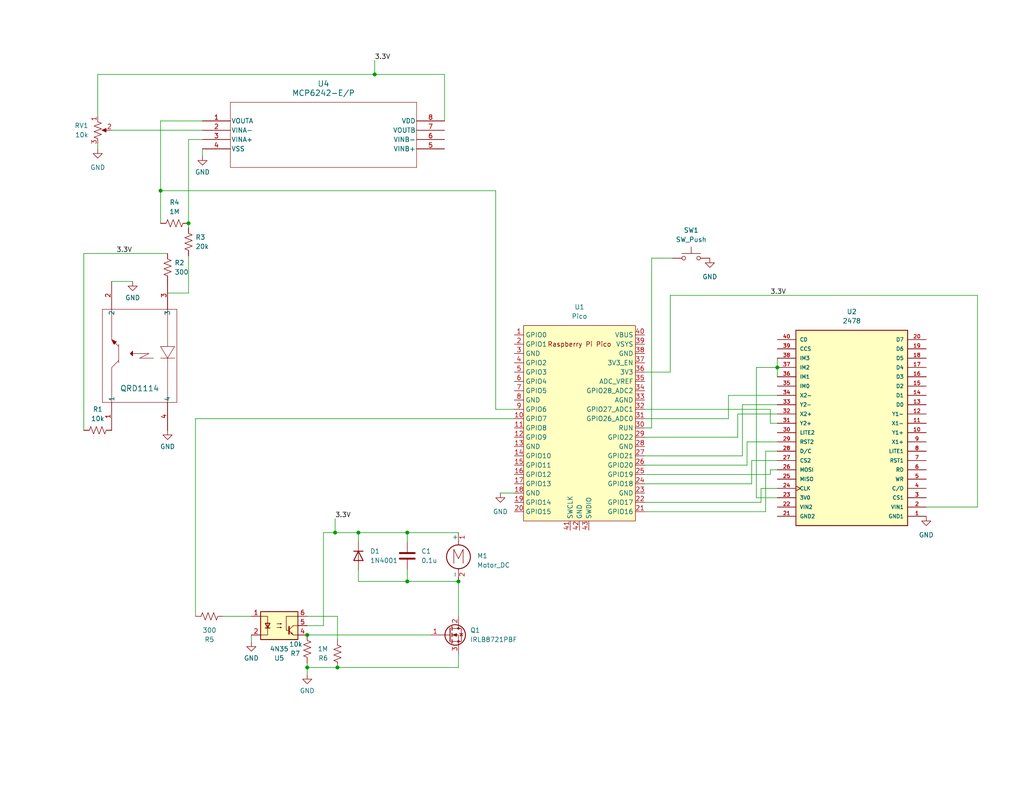
<source format=kicad_sch>
(kicad_sch (version 20230121) (generator eeschema)
  (paper "USLetter")
  (title_block (title "Lab 6 Schematic – PID Control") (company "Lafayette College") (comment 1 "Noah Ross") (comment 2 "Maurice Otieno"))
  (lib_symbols
    (symbol "2478:2478" (pin_names (offset 1.016))
      (property "Reference" "U" (at -15.2631 28.6183 0))
      (property "Value" "2478" (at -15.262 -27.9803 0))
      (symbol "2478_0_0"
        (rectangle (start -15.24 -25.4) (end 15.24 27.94) (stroke (width 0.254)) (fill (type background)))
        (pin power_in line (at -20.32 25.4 0) (length 5.08) (name "GND1") (number "1"))
        (pin output line (at -20.32 2.54 0) (length 5.08) (name "Y1+") (number "10"))
        (pin output line (at -20.32 0 0) (length 5.08) (name "X1-") (number "11"))
        (pin output line (at -20.32 -2.54 0) (length 5.08) (name "Y1-") (number "12"))
        (pin bidirectional line (at -20.32 -5.08 0) (length 5.08) (name "D0") (number "13"))
        (pin bidirectional line (at -20.32 -7.62 0) (length 5.08) (name "D1") (number "14"))
        (pin bidirectional line (at -20.32 -10.16 0) (length 5.08) (name "D2") (number "15"))
        (pin bidirectional line (at -20.32 -12.7 0) (length 5.08) (name "D3") (number "16"))
        (pin bidirectional line (at -20.32 -15.24 0) (length 5.08) (name "D4") (number "17"))
        (pin bidirectional line (at -20.32 -17.78 0) (length 5.08) (name "D5") (number "18"))
        (pin bidirectional line (at -20.32 -20.32 0) (length 5.08) (name "D6") (number "19"))
        (pin power_in line (at -20.32 22.86 0) (length 5.08) (name "VIN1") (number "2"))
        (pin bidirectional line (at -20.32 -22.86 0) (length 5.08) (name "D7") (number "20"))
        (pin power_in line (at 20.32 25.4 180) (length 5.08) (name "GND2") (number "21"))
        (pin power_in line (at 20.32 22.86 180) (length 5.08) (name "VIN2") (number "22"))
        (pin output line (at 20.32 20.32 180) (length 5.08) (name "3V0") (number "23"))
        (pin input clock (at 20.32 17.78 180) (length 5.08) (name "CLK") (number "24"))
        (pin output line (at 20.32 15.24 180) (length 5.08) (name "MISO") (number "25"))
        (pin input line (at 20.32 12.7 180) (length 5.08) (name "MOSI") (number "26"))
        (pin input line (at 20.32 10.16 180) (length 5.08) (name "CS2") (number "27"))
        (pin input line (at 20.32 7.62 180) (length 5.08) (name "D/C") (number "28"))
        (pin input line (at 20.32 5.08 180) (length 5.08) (name "RST2") (number "29"))
        (pin input line (at -20.32 20.32 0) (length 5.08) (name "CS1") (number "3"))
        (pin input line (at 20.32 2.54 180) (length 5.08) (name "LITE2") (number "30"))
        (pin output line (at 20.32 0 180) (length 5.08) (name "Y2+") (number "31"))
        (pin output line (at 20.32 -2.54 180) (length 5.08) (name "X2+") (number "32"))
        (pin output line (at 20.32 -5.08 180) (length 5.08) (name "Y2-") (number "33"))
        (pin output line (at 20.32 -7.62 180) (length 5.08) (name "X2-") (number "34"))
        (pin input line (at 20.32 -10.16 180) (length 5.08) (name "IM0") (number "35"))
        (pin input line (at 20.32 -12.7 180) (length 5.08) (name "IM1") (number "36"))
        (pin input line (at 20.32 -15.24 180) (length 5.08) (name "IM2") (number "37"))
        (pin input line (at 20.32 -17.78 180) (length 5.08) (name "IM3") (number "38"))
        (pin input line (at 20.32 -20.32 180) (length 5.08) (name "CCS") (number "39"))
        (pin input line (at -20.32 17.78 0) (length 5.08) (name "C/D") (number "4"))
        (pin output line (at 20.32 -22.86 180) (length 5.08) (name "CD") (number "40"))
        (pin input line (at -20.32 15.24 0) (length 5.08) (name "WR") (number "5"))
        (pin input line (at -20.32 12.7 0) (length 5.08) (name "RD") (number "6"))
        (pin input line (at -20.32 10.16 0) (length 5.08) (name "RST1") (number "7"))
        (pin input line (at -20.32 7.62 0) (length 5.08) (name "LITE1") (number "8"))
        (pin output line (at -20.32 5.08 0) (length 5.08) (name "X1+") (number "9"))
      )
    )
    (symbol "Device:C" (pin_numbers hide) (pin_names (offset 0.254))
      (property "Reference" "C" (at 0.635 2.54 0))
      (property "Value" "C" (at 0.635 -2.54 0))
      (symbol "C_0_1"
        (polyline (pts (xy -2.032 -0.762) (xy 2.032 -0.762)) (stroke (width 0.508)))
        (polyline (pts (xy -2.032 0.762) (xy 2.032 0.762)) (stroke (width 0.508)))
      )
      (symbol "C_1_1"
        (pin passive line (at 0 3.81 270) (length 2.794) (name "~") (number "1"))
        (pin passive line (at 0 -3.81 90) (length 2.794) (name "~") (number "2"))
      )
    )
    (symbol "Device:R_Potentiometer_US" (pin_names (offset 1.016) hide)
      (property "Reference" "RV" (at -4.445 0 90))
      (property "Value" "R_Potentiometer_US" (at -2.54 0 90))
      (symbol "R_Potentiometer_US_0_1"
        (polyline (pts (xy 0 -2.286) (xy 0 -2.54)))
        (polyline (pts (xy 0 2.54) (xy 0 2.286)))
        (polyline (pts (xy 2.54 0) (xy 1.524 0)))
        (polyline (pts (xy 1.143 0) (xy 2.286 0.508) (xy 2.286 -0.508) (xy 1.143 0)) (fill (type outline)))
        (polyline (pts (xy 0 -0.762) (xy 1.016 -1.143) (xy 0 -1.524) (xy -1.016 -1.905) (xy 0 -2.286)))
        (polyline (pts (xy 0 0.762) (xy 1.016 0.381) (xy 0 0) (xy -1.016 -0.381) (xy 0 -0.762)))
        (polyline (pts (xy 0 2.286) (xy 1.016 1.905) (xy 0 1.524) (xy -1.016 1.143) (xy 0 0.762)))
      )
      (symbol "R_Potentiometer_US_1_1"
        (pin passive line (at 0 3.81 270) (length 1.27) (name "1") (number "1"))
        (pin passive line (at 3.81 0 180) (length 1.27) (name "2") (number "2"))
        (pin passive line (at 0 -3.81 90) (length 1.27) (name "3") (number "3"))
      )
    )
    (symbol "Device:R_US" (pin_numbers hide) (pin_names (offset 0))
      (property "Reference" "R" (at 2.54 0 90))
      (property "Value" "R_US" (at -2.54 0 90))
      (symbol "R_US_0_1"
        (polyline (pts (xy 0 -2.286) (xy 0 -2.54)))
        (polyline (pts (xy 0 2.286) (xy 0 2.54)))
        (polyline (pts (xy 0 -0.762) (xy 1.016 -1.143) (xy 0 -1.524) (xy -1.016 -1.905) (xy 0 -2.286)))
        (polyline (pts (xy 0 0.762) (xy 1.016 0.381) (xy 0 0) (xy -1.016 -0.381) (xy 0 -0.762)))
        (polyline (pts (xy 0 2.286) (xy 1.016 1.905) (xy 0 1.524) (xy -1.016 1.143) (xy 0 0.762)))
      )
      (symbol "R_US_1_1"
        (pin passive line (at 0 3.81 270) (length 1.27) (name "~") (number "1"))
        (pin passive line (at 0 -3.81 90) (length 1.27) (name "~") (number "2"))
      )
    )
    (symbol "Diode:1N4001" (pin_numbers hide) (pin_names hide)
      (property "Reference" "D" (at 0 2.54 0))
      (property "Value" "1N4001" (at 0 -2.54 0))
      (symbol "1N4001_0_1"
        (polyline (pts (xy -1.27 1.27) (xy -1.27 -1.27)) (stroke (width 0.254)))
        (polyline (pts (xy 1.27 0) (xy -1.27 0)))
        (polyline (pts (xy 1.27 1.27) (xy 1.27 -1.27) (xy -1.27 0) (xy 1.27 1.27)) (stroke (width 0.254)))
      )
      (symbol "1N4001_1_1"
        (pin passive line (at -3.81 0 0) (length 2.54) (name "K") (number "1"))
        (pin passive line (at 3.81 0 180) (length 2.54) (name "A") (number "2"))
      )
    )
    (symbol "Isolator:4N35" (pin_names (offset 1.016))
      (property "Reference" "U" (at -5.08 5.08 0))
      (property "Value" "4N35" (at 0 5.08 0))
      (symbol "4N35_0_1"
        (rectangle (start -5.08 3.81) (end 5.08 -3.81) (stroke (width 0.254)) (fill (type background)))
        (polyline (pts (xy -3.81 -0.635) (xy -2.54 -0.635)) (stroke (width 0.254)))
        (polyline (pts (xy 2.667 -1.397) (xy 3.81 -2.54)))
        (polyline (pts (xy 2.667 -1.143) (xy 3.81 0)))
        (polyline (pts (xy 3.81 -2.54) (xy 5.08 -2.54)))
        (polyline (pts (xy 3.81 0) (xy 5.08 0)))
        (polyline (pts (xy 2.667 -0.254) (xy 2.667 -2.286) (xy 2.667 -2.286)) (stroke (width 0.3556)))
        (polyline (pts (xy -5.08 -2.54) (xy -3.175 -2.54) (xy -3.175 2.54) (xy -5.08 2.54)))
        (polyline (pts (xy -3.175 -0.635) (xy -3.81 0.635) (xy -2.54 0.635) (xy -3.175 -0.635)) (stroke (width 0.254)))
        (polyline (pts (xy 3.683 -2.413) (xy 3.429 -1.905) (xy 3.175 -2.159) (xy 3.683 -2.413)))
        (polyline (pts (xy 5.08 2.54) (xy 1.905 2.54) (xy 1.905 -1.27) (xy 2.54 -1.27)))
        (polyline (pts (xy -0.635 -0.508) (xy 0.635 -0.508) (xy 0.254 -0.635) (xy 0.254 -0.381) (xy 0.635 -0.508)))
        (polyline (pts (xy -0.635 0.508) (xy 0.635 0.508) (xy 0.254 0.381) (xy 0.254 0.635) (xy 0.635 0.508)))
      )
      (symbol "4N35_1_1"
        (pin passive line (at -7.62 2.54 0) (length 2.54) (name "~") (number "1"))
        (pin passive line (at -7.62 -2.54 0) (length 2.54) (name "~") (number "2"))
        (pin no_connect line (at -5.08 0 0) (length 2.54) hide (name "NC") (number "3"))
        (pin passive line (at 7.62 -2.54 180) (length 2.54) (name "~") (number "4"))
        (pin passive line (at 7.62 0 180) (length 2.54) (name "~") (number "5"))
        (pin passive line (at 7.62 2.54 180) (length 2.54) (name "~") (number "6"))
      )
    )
    (symbol "MCU_RaspberryPi_and_Boards:Pico"
      (property "Reference" "U" (at -13.97 27.94 0))
      (property "Value" "Pico" (at 0 19.05 0))
      (symbol "Pico_0_0"
        (text "Raspberry Pi Pico" (at 0 21.59 0) (effects (font (size 1.27 1.27))))
      )
      (symbol "Pico_0_1"
        (rectangle (start -15.24 26.67) (end 15.24 -26.67) (fill (type background)))
      )
      (symbol "Pico_1_1"
        (pin bidirectional line (at -17.78 24.13 0) (length 2.54) (name "GPIO0") (number "1"))
        (pin bidirectional line (at -17.78 1.27 0) (length 2.54) (name "GPIO7") (number "10"))
        (pin bidirectional line (at -17.78 -1.27 0) (length 2.54) (name "GPIO8") (number "11"))
        (pin bidirectional line (at -17.78 -3.81 0) (length 2.54) (name "GPIO9") (number "12"))
        (pin power_in line (at -17.78 -6.35 0) (length 2.54) (name "GND") (number "13"))
        (pin bidirectional line (at -17.78 -8.89 0) (length 2.54) (name "GPIO10") (number "14"))
        (pin bidirectional line (at -17.78 -11.43 0) (length 2.54) (name "GPIO11") (number "15"))
        (pin bidirectional line (at -17.78 -13.97 0) (length 2.54) (name "GPIO12") (number "16"))
        (pin bidirectional line (at -17.78 -16.51 0) (length 2.54) (name "GPIO13") (number "17"))
        (pin power_in line (at -17.78 -19.05 0) (length 2.54) (name "GND") (number "18"))
        (pin bidirectional line (at -17.78 -21.59 0) (length 2.54) (name "GPIO14") (number "19"))
        (pin bidirectional line (at -17.78 21.59 0) (length 2.54) (name "GPIO1") (number "2"))
        (pin bidirectional line (at -17.78 -24.13 0) (length 2.54) (name "GPIO15") (number "20"))
        (pin bidirectional line (at 17.78 -24.13 180) (length 2.54) (name "GPIO16") (number "21"))
        (pin bidirectional line (at 17.78 -21.59 180) (length 2.54) (name "GPIO17") (number "22"))
        (pin power_in line (at 17.78 -19.05 180) (length 2.54) (name "GND") (number "23"))
        (pin bidirectional line (at 17.78 -16.51 180) (length 2.54) (name "GPIO18") (number "24"))
        (pin bidirectional line (at 17.78 -13.97 180) (length 2.54) (name "GPIO19") (number "25"))
        (pin bidirectional line (at 17.78 -11.43 180) (length 2.54) (name "GPIO20") (number "26"))
        (pin bidirectional line (at 17.78 -8.89 180) (length 2.54) (name "GPIO21") (number "27"))
        (pin power_in line (at 17.78 -6.35 180) (length 2.54) (name "GND") (number "28"))
        (pin bidirectional line (at 17.78 -3.81 180) (length 2.54) (name "GPIO22") (number "29"))
        (pin power_in line (at -17.78 19.05 0) (length 2.54) (name "GND") (number "3"))
        (pin input line (at 17.78 -1.27 180) (length 2.54) (name "RUN") (number "30"))
        (pin bidirectional line (at 17.78 1.27 180) (length 2.54) (name "GPIO26_ADC0") (number "31"))
        (pin bidirectional line (at 17.78 3.81 180) (length 2.54) (name "GPIO27_ADC1") (number "32"))
        (pin power_in line (at 17.78 6.35 180) (length 2.54) (name "AGND") (number "33"))
        (pin bidirectional line (at 17.78 8.89 180) (length 2.54) (name "GPIO28_ADC2") (number "34"))
        (pin power_in line (at 17.78 11.43 180) (length 2.54) (name "ADC_VREF") (number "35"))
        (pin power_in line (at 17.78 13.97 180) (length 2.54) (name "3V3") (number "36"))
        (pin input line (at 17.78 16.51 180) (length 2.54) (name "3V3_EN") (number "37"))
        (pin bidirectional line (at 17.78 19.05 180) (length 2.54) (name "GND") (number "38"))
        (pin power_in line (at 17.78 21.59 180) (length 2.54) (name "VSYS") (number "39"))
        (pin bidirectional line (at -17.78 16.51 0) (length 2.54) (name "GPIO2") (number "4"))
        (pin power_in line (at 17.78 24.13 180) (length 2.54) (name "VBUS") (number "40"))
        (pin input line (at -2.54 -29.21 90) (length 2.54) (name "SWCLK") (number "41"))
        (pin power_in line (at 0 -29.21 90) (length 2.54) (name "GND") (number "42"))
        (pin bidirectional line (at 2.54 -29.21 90) (length 2.54) (name "SWDIO") (number "43"))
        (pin bidirectional line (at -17.78 13.97 0) (length 2.54) (name "GPIO3") (number "5"))
        (pin bidirectional line (at -17.78 11.43 0) (length 2.54) (name "GPIO4") (number "6"))
        (pin bidirectional line (at -17.78 8.89 0) (length 2.54) (name "GPIO5") (number "7"))
        (pin power_in line (at -17.78 6.35 0) (length 2.54) (name "GND") (number "8"))
        (pin bidirectional line (at -17.78 3.81 0) (length 2.54) (name "GPIO6") (number "9"))
      )
    )
    (symbol "Motor:Motor_DC" (pin_names (offset 0))
      (property "Reference" "M" (at 2.54 2.54 0))
      (property "Value" "Motor_DC" (at 2.54 -5.08 0))
      (symbol "Motor_DC_0_0"
        (polyline (pts (xy -1.27 -3.302) (xy -1.27 0.508) (xy 0 -2.032) (xy 1.27 0.508) (xy 1.27 -3.302)))
      )
      (symbol "Motor_DC_0_1"
        (circle (center 0 -1.524) (radius 3.2512) (stroke (width 0.254)))
        (polyline (pts (xy 0 -7.62) (xy 0 -7.112)))
        (polyline (pts (xy 0 -4.7752) (xy 0 -5.1816)))
        (polyline (pts (xy 0 1.7272) (xy 0 2.0828)))
        (polyline (pts (xy 0 2.032) (xy 0 2.54)))
      )
      (symbol "Motor_DC_1_1"
        (pin passive line (at 0 5.08 270) (length 2.54) (name "+") (number "1"))
        (pin passive line (at 0 -7.62 90) (length 2.54) (name "-") (number "2"))
      )
    )
    (symbol "Switch:SW_Push" (pin_numbers hide) (pin_names (offset 1.016) hide)
      (property "Reference" "SW" (at 1.27 2.54 0))
      (property "Value" "SW_Push" (at 0 -1.524 0))
      (symbol "SW_Push_0_1"
        (circle (center -2.032 0) (radius 0.508))
        (polyline (pts (xy 0 1.27) (xy 0 3.048)))
        (polyline (pts (xy 2.54 1.27) (xy -2.54 1.27)))
        (circle (center 2.032 0) (radius 0.508))
        (pin passive line (at -5.08 0 0) (length 2.54) (name "1") (number "1"))
        (pin passive line (at 5.08 0 180) (length 2.54) (name "2") (number "2"))
      )
    )
    (symbol "Transistor_FET:IRLB8721PBF" (pin_names hide)
      (property "Reference" "Q" (at 6.35 1.905 0))
      (property "Value" "IRLB8721PBF" (at 6.35 0 0))
      (symbol "IRLB8721PBF_0_1"
        (polyline (pts (xy 0.254 0) (xy -2.54 0)))
        (polyline (pts (xy 0.254 1.905) (xy 0.254 -1.905)) (stroke (width 0.254)))
        (polyline (pts (xy 0.762 -1.27) (xy 0.762 -2.286)) (stroke (width 0.254)))
        (polyline (pts (xy 0.762 0.508) (xy 0.762 -0.508)) (stroke (width 0.254)))
        (polyline (pts (xy 0.762 2.286) (xy 0.762 1.27)) (stroke (width 0.254)))
        (polyline (pts (xy 2.54 2.54) (xy 2.54 1.778)))
        (polyline (pts (xy 2.54 -2.54) (xy 2.54 0) (xy 0.762 0)))
        (polyline (pts (xy 0.762 -1.778) (xy 3.302 -1.778) (xy 3.302 1.778) (xy 0.762 1.778)))
        (polyline (pts (xy 1.016 0) (xy 2.032 0.381) (xy 2.032 -0.381) (xy 1.016 0)) (fill (type outline)))
        (polyline (pts (xy 2.794 0.508) (xy 2.921 0.381) (xy 3.683 0.381) (xy 3.81 0.254)))
        (polyline (pts (xy 3.302 0.381) (xy 2.921 -0.254) (xy 3.683 -0.254) (xy 3.302 0.381)))
        (circle (center 1.651 0) (radius 2.794) (stroke (width 0.254)))
        (circle (center 2.54 -1.778) (radius 0.254) (fill (type outline)))
        (circle (center 2.54 1.778) (radius 0.254) (fill (type outline)))
      )
      (symbol "IRLB8721PBF_1_1"
        (pin input line (at -5.08 0 0) (length 2.54) (name "G") (number "1"))
        (pin passive line (at 2.54 5.08 270) (length 2.54) (name "D") (number "2"))
        (pin passive line (at 2.54 -5.08 90) (length 2.54) (name "S") (number "3"))
      )
    )
    (symbol "power:GND" (power) (pin_names (offset 0))
      (property "Value" "GND" (at 0 -3.81 0))
      (symbol "GND_0_1"
        (polyline (pts (xy 0 0) (xy 0 -1.27) (xy 1.27 -1.27) (xy 0 -2.54) (xy -1.27 -1.27) (xy 0 -1.27)))
      )
      (symbol "GND_1_1"
        (pin power_in line (at 0 0 270) (length 0) hide (name "GND") (number "1"))
      )
    )
    (symbol "symbol-library:MCP6242-E_P" (pin_names (offset 0.254))
      (property "Reference" "U" (at 33.02 10.16 0))
      (property "Value" "MCP6242-E/P" (at 33.02 7.62 0))
      (symbol "MCP6242-E_P_0_1"
        (polyline (pts (xy 7.62 -12.7) (xy 58.42 -12.7)) (stroke (width 0.127)))
        (polyline (pts (xy 7.62 5.08) (xy 7.62 -12.7)) (stroke (width 0.127)))
        (polyline (pts (xy 58.42 -12.7) (xy 58.42 5.08)) (stroke (width 0.127)))
        (polyline (pts (xy 58.42 5.08) (xy 7.62 5.08)) (stroke (width 0.127)))
        (pin unspecified line (at 0 0 0) (length 7.62) (name "VOUTA") (number "1"))
        (pin unspecified line (at 0 -2.54 0) (length 7.62) (name "VINA-") (number "2"))
        (pin unspecified line (at 0 -5.08 0) (length 7.62) (name "VINA+") (number "3"))
        (pin unspecified line (at 0 -7.62 0) (length 7.62) (name "VSS") (number "4"))
        (pin unspecified line (at 66.04 -7.62 180) (length 7.62) (name "VINB+") (number "5"))
        (pin unspecified line (at 66.04 -5.08 180) (length 7.62) (name "VINB-") (number "6"))
        (pin unspecified line (at 66.04 -2.54 180) (length 7.62) (name "VOUTB") (number "7"))
        (pin unspecified line (at 66.04 0 180) (length 7.62) (name "VDD") (number "8"))
      )
    )
    (symbol "symbol-library:QRD1114" (pin_names (offset 0.254))
      (property "Reference" "U" (at 20.32 7.62 0))
      (property "Value" "QRD1114" (at 20.32 5.08 0))
      (symbol "QRD1114_0_1"
        (polyline (pts (xy 7.62 -17.78) (xy 33.02 -17.78)) (stroke (width 0.127)))
        (polyline (pts (xy 7.62 -15.24) (xy 19.685 -15.24)) (stroke (width 0.127)))
        (polyline (pts (xy 7.62 0) (xy 17.145 0)) (stroke (width 0.127)))
        (polyline (pts (xy 7.62 2.54) (xy 7.62 -17.78)) (stroke (width 0.127)))
        (polyline (pts (xy 17.145 0) (xy 19.05 -1.905)) (stroke (width 0.127)))
        (polyline (pts (xy 19.05 -1.905) (xy 18.415 -1.905)) (stroke (width 0.127)))
        (polyline (pts (xy 19.05 -1.905) (xy 23.495 -1.905)) (stroke (width 0.127)))
        (polyline (pts (xy 19.685 -17.145) (xy 19.685 -13.335)) (stroke (width 0.127)))
        (polyline (pts (xy 19.685 -15.24) (xy 22.86 -13.335)) (stroke (width 0.127)))
        (polyline (pts (xy 19.685 -11.43) (xy 19.685 -7.62)) (stroke (width 0.127)))
        (polyline (pts (xy 19.685 -7.62) (xy 20.955 -10.16)) (stroke (width 0.127)))
        (polyline (pts (xy 20.32 -5.715) (xy 20.955 -5.08)) (stroke (width 0.127)))
        (polyline (pts (xy 20.955 -10.16) (xy 20.955 -6.35)) (stroke (width 0.127)))
        (polyline (pts (xy 20.955 -6.35) (xy 20.955 -5.715)) (stroke (width 0.127)))
        (polyline (pts (xy 20.955 -5.715) (xy 20.32 -5.715)) (stroke (width 0.127)))
        (polyline (pts (xy 20.955 -5.715) (xy 21.59 -5.715)) (stroke (width 0.127)))
        (polyline (pts (xy 21.59 -5.715) (xy 20.955 -5.08)) (stroke (width 0.127)))
        (polyline (pts (xy 22.86 -17.145) (xy 19.685 -15.24)) (stroke (width 0.127)))
        (polyline (pts (xy 22.86 -15.24) (xy 22.86 -17.145)) (stroke (width 0.127)))
        (polyline (pts (xy 22.86 -15.24) (xy 22.86 -13.335)) (stroke (width 0.127)))
        (polyline (pts (xy 22.86 -15.24) (xy 33.02 -15.24)) (stroke (width 0.127)))
        (polyline (pts (xy 22.86 -1.905) (xy 24.765 0)) (stroke (width 0.127)))
        (polyline (pts (xy 23.495 -0.635) (xy 24.765 0)) (stroke (width 0.127)))
        (polyline (pts (xy 24.13 -1.27) (xy 23.495 -0.635)) (stroke (width 0.127)))
        (polyline (pts (xy 24.765 0) (xy 24.13 -1.27)) (stroke (width 0.127)))
        (polyline (pts (xy 24.765 0) (xy 33.02 0)) (stroke (width 0.127)))
        (polyline (pts (xy 33.02 -17.78) (xy 33.02 2.54)) (stroke (width 0.127)))
        (polyline (pts (xy 33.02 2.54) (xy 7.62 2.54)) (stroke (width 0.127)))
        (polyline (pts (xy 20.32 -5.715) (xy 20.955 -5.08) (xy 21.59 -5.715)) (fill (type outline)))
        (polyline (pts (xy 24.13 -1.27) (xy 23.495 -0.635) (xy 24.765 0)) (fill (type outline)))
        (pin unspecified line (at 0 0 0) (length 7.62) (name "1") (number "1"))
        (pin unspecified line (at 40.64 0 180) (length 7.62) (name "2") (number "2"))
        (pin unspecified line (at 40.64 -15.24 180) (length 7.62) (name "3") (number "3"))
        (pin unspecified line (at 0 -15.24 0) (length 7.62) (name "4") (number "4"))
      )
    )
  )
  (junction (at 212.09 100.33))
  (junction (at 83.82 173.355))
  (junction (at 91.44 145.415))
  (junction (at 83.82 182.245))
  (junction (at 97.79 145.415))
  (junction (at 125.095 158.75))
  (junction (at 102.235 20.32))
  (junction (at 111.125 158.75))
  (junction (at 51.435 60.96))
  (junction (at 111.125 145.415))
  (junction (at 43.815 52.07))
  (junction (at 92.075 182.245))
  (wire (pts (xy 53.34 114.3) (xy 53.34 168.275)))
  (wire (pts (xy 91.44 141.605) (xy 91.44 145.415)))
  (wire (pts (xy 175.895 114.3) (xy 198.755 114.3)))
  (wire (pts (xy 136.525 134.62) (xy 140.335 134.62)))
  (wire (pts (xy 205.105 132.08) (xy 175.895 132.08)))
  (wire (pts (xy 51.435 69.85) (xy 51.435 80.01)))
  (wire (pts (xy 175.895 101.6) (xy 182.88 101.6)))
  (wire (pts (xy 102.235 20.32) (xy 121.285 20.32)))
  (wire (pts (xy 22.86 69.215) (xy 45.72 69.215)))
  (wire (pts (xy 92.075 168.275) (xy 83.82 168.275)))
  (wire (pts (xy 83.82 180.975) (xy 83.82 182.245)))
  (wire (pts (xy 125.095 158.75) (xy 125.095 168.275)))
  (wire (pts (xy 212.09 97.79) (xy 212.09 100.33)))
  (wire (pts (xy 30.48 35.56) (xy 55.245 35.56)))
  (wire (pts (xy 30.48 76.835) (xy 36.195 76.835)))
  (wire (pts (xy 111.125 145.415) (xy 111.125 147.955)))
  (wire (pts (xy 210.185 128.27) (xy 212.09 128.27)))
  (wire (pts (xy 43.815 52.07) (xy 43.815 60.96)))
  (wire (pts (xy 201.295 119.38) (xy 175.895 119.38)))
  (wire (pts (xy 202.565 110.49) (xy 202.565 124.46)))
  (wire (pts (xy 212.09 100.33) (xy 212.09 102.87)))
  (wire (pts (xy 212.09 125.73) (xy 205.105 125.73)))
  (wire (pts (xy 207.645 133.35) (xy 212.09 133.35)))
  (wire (pts (xy 203.835 120.65) (xy 212.09 120.65)))
  (wire (pts (xy 92.075 182.245) (xy 125.095 182.245)))
  (wire (pts (xy 26.67 20.32) (xy 26.67 31.75)))
  (wire (pts (xy 266.7 138.43) (xy 252.73 138.43)))
  (wire (pts (xy 205.105 125.73) (xy 205.105 132.08)))
  (wire (pts (xy 55.245 33.02) (xy 43.815 33.02)))
  (wire (pts (xy 202.565 110.49) (xy 212.09 110.49)))
  (wire (pts (xy 60.96 168.275) (xy 68.58 168.275)))
  (wire (pts (xy 210.185 129.54) (xy 175.895 129.54)))
  (wire (pts (xy 210.185 128.27) (xy 210.185 129.54)))
  (wire (pts (xy 83.82 170.815) (xy 88.265 170.815)))
  (wire (pts (xy 43.815 52.07) (xy 135.255 52.07)))
  (wire (pts (xy 140.335 114.3) (xy 53.34 114.3)))
  (wire (pts (xy 92.075 182.245) (xy 83.82 182.245)))
  (wire (pts (xy 175.895 139.7) (xy 208.915 139.7)))
  (wire (pts (xy 175.895 116.84) (xy 177.8 116.84)))
  (wire (pts (xy 177.8 116.84) (xy 177.8 70.485)))
  (wire (pts (xy 26.67 39.37) (xy 26.67 40.64)))
  (wire (pts (xy 97.79 145.415) (xy 97.79 147.955)))
  (wire (pts (xy 68.58 173.355) (xy 68.58 175.26)))
  (wire (pts (xy 125.095 178.435) (xy 125.095 182.245)))
  (wire (pts (xy 198.755 107.95) (xy 198.755 114.3)))
  (wire (pts (xy 201.295 113.03) (xy 201.295 119.38)))
  (wire (pts (xy 51.435 60.96) (xy 51.435 62.23)))
  (wire (pts (xy 135.255 52.07) (xy 135.255 111.76)))
  (wire (pts (xy 206.375 100.33) (xy 212.09 100.33)))
  (wire (pts (xy 43.815 33.02) (xy 43.815 52.07)))
  (wire (pts (xy 51.435 38.1) (xy 55.245 38.1)))
  (wire (pts (xy 111.125 145.415) (xy 125.095 145.415)))
  (wire (pts (xy 88.265 145.415) (xy 91.44 145.415)))
  (wire (pts (xy 91.44 145.415) (xy 97.79 145.415)))
  (wire (pts (xy 97.79 158.75) (xy 111.125 158.75)))
  (wire (pts (xy 212.09 107.95) (xy 198.755 107.95)))
  (wire (pts (xy 177.8 70.485) (xy 183.515 70.485)))
  (wire (pts (xy 92.075 174.625) (xy 92.075 168.275)))
  (wire (pts (xy 26.67 20.32) (xy 102.235 20.32)))
  (wire (pts (xy 210.185 115.57) (xy 210.185 111.76)))
  (wire (pts (xy 125.095 158.75) (xy 111.125 158.75)))
  (wire (pts (xy 175.895 124.46) (xy 202.565 124.46)))
  (wire (pts (xy 212.09 113.03) (xy 201.295 113.03)))
  (wire (pts (xy 182.88 101.6) (xy 182.88 80.645)))
  (wire (pts (xy 212.09 123.19) (xy 208.915 123.19)))
  (wire (pts (xy 212.09 135.89) (xy 206.375 135.89)))
  (wire (pts (xy 266.7 80.645) (xy 266.7 138.43)))
  (wire (pts (xy 207.645 133.35) (xy 207.645 137.16)))
  (wire (pts (xy 125.095 158.115) (xy 125.095 158.75)))
  (wire (pts (xy 121.285 20.32) (xy 121.285 33.02)))
  (wire (pts (xy 135.255 111.76) (xy 140.335 111.76)))
  (wire (pts (xy 83.82 173.355) (xy 117.475 173.355)))
  (wire (pts (xy 97.79 145.415) (xy 111.125 145.415)))
  (wire (pts (xy 102.235 16.51) (xy 102.235 20.32)))
  (wire (pts (xy 83.82 182.245) (xy 83.82 184.15)))
  (wire (pts (xy 210.185 115.57) (xy 212.09 115.57)))
  (wire (pts (xy 182.88 80.645) (xy 266.7 80.645)))
  (wire (pts (xy 206.375 135.89) (xy 206.375 100.33)))
  (wire (pts (xy 203.835 120.65) (xy 203.835 127)))
  (wire (pts (xy 97.79 155.575) (xy 97.79 158.75)))
  (wire (pts (xy 51.435 38.1) (xy 51.435 60.96)))
  (wire (pts (xy 55.245 40.64) (xy 55.245 42.545)))
  (wire (pts (xy 203.835 127) (xy 175.895 127)))
  (wire (pts (xy 111.125 155.575) (xy 111.125 158.75)))
  (wire (pts (xy 175.895 137.16) (xy 207.645 137.16)))
  (wire (pts (xy 45.72 80.01) (xy 51.435 80.01)))
  (wire (pts (xy 208.915 123.19) (xy 208.915 139.7)))
  (wire (pts (xy 22.86 117.475) (xy 22.86 69.215)))
  (wire (pts (xy 88.265 170.815) (xy 88.265 145.415)))
  (wire (pts (xy 175.895 111.76) (xy 210.185 111.76)))
  (label "3.3V" (at 91.44 141.605 0))
  (label "3.3V" (at 31.75 69.215 0))
  (label "3.3V" (at 102.235 16.51 0))
  (label "3.3V" (at 210.185 80.645 0))
  (symbol (lib_id "2478:2478") (at 232.41 115.57 180) (unit 1)
    (property "Reference" "U2" (at 232.41 85.09 0))
    (property "Value" "2478" (at 232.41 87.63 0))
    (property "Footprint" "ADAFRUIT_2478" (effects hide))
    (property "MANUFACTURER" "Adafruit Industries LLC" (effects hide))
  )
  (symbol (lib_id "power:GND") (at 45.72 117.475 0) (unit 1)
    (property "Reference" "#PWR04" (effects hide))
    (property "Value" "GND" (at 45.72 121.92 0))
  )
  (symbol (lib_id "symbol-library:QRD1114") (at 30.48 117.475 90) (unit 1)
    (property "Reference" "U3" (effects hide))
    (property "Value" "QRD1114" (at 38.1 106.045 90) (effects (font (size 1.524 1.524))))
    (property "Footprint" "BOX_QRD1114_ONS" (effects hide))
    (property "Datasheet" "QRD1114" (effects hide))
  )
  (symbol (lib_id "symbol-library:MCP6242-E_P") (at 55.245 33.02 0) (unit 1)
    (property "Reference" "U4" (at 88.265 22.86 0) (effects (font (size 1.524 1.524))))
    (property "Value" "MCP6242-E/P" (at 88.265 25.4 0) (effects (font (size 1.524 1.524))))
    (property "Footprint" "PDIP8_300MC_MCH" (effects hide))
    (property "Datasheet" "MCP6242-E/P" (effects hide))
  )
  (symbol (lib_id "Device:R_US") (at 92.075 178.435 180) (unit 1)
    (property "Reference" "R6" (at 89.535 179.705 0) (effects (justify left)))
    (property "Value" "1M" (at 89.535 177.165 0) (effects (justify left)))
  )
  (symbol (lib_id "Device:R_US") (at 51.435 66.04 0) (unit 1)
    (property "Reference" "R3" (at 53.34 64.77 0) (effects (justify left)))
    (property "Value" "20k" (at 53.34 67.31 0) (effects (justify left)))
  )
  (symbol (lib_id "power:GND") (at 26.67 40.64 0) (unit 1)
    (property "Reference" "#PWR07" (effects hide))
    (property "Value" "GND" (at 26.67 45.72 0))
  )
  (symbol (lib_id "Diode:1N4001") (at 97.79 151.765 270) (unit 1)
    (property "Reference" "D1" (at 100.965 150.495 90) (effects (justify left)))
    (property "Value" "1N4001" (at 100.965 153.035 90) (effects (justify left)))
    (property "Footprint" "Diode_THT:D_DO-41_SOD81_P10.16mm_Horizontal" (effects hide))
    (property "Datasheet" "http://www.vishay.com/docs/88503/1n4001.pdf" (effects hide))
    (property "Sim.Device" "D" (effects hide))
    (property "Sim.Pins" "1=K 2=A" (effects hide))
  )
  (symbol (lib_id "power:GND") (at 36.195 76.835 0) (unit 1)
    (property "Reference" "#PWR05" (effects hide))
    (property "Value" "GND" (at 36.195 81.28 0))
  )
  (symbol (lib_id "Device:R_US") (at 45.72 73.025 0) (unit 1)
    (property "Reference" "R2" (at 47.625 71.755 0) (effects (justify left)))
    (property "Value" "300" (at 47.625 74.295 0) (effects (justify left)))
  )
  (symbol (lib_id "power:GND") (at 136.525 134.62 0) (unit 1)
    (property "Reference" "#PWR02" (effects hide))
    (property "Value" "GND" (at 136.525 139.7 0))
  )
  (symbol (lib_id "MCU_RaspberryPi_and_Boards:Pico") (at 158.115 115.57 0) (unit 1)
    (property "Reference" "U1" (at 158.115 83.82 0))
    (property "Value" "Pico" (at 158.115 86.36 0))
    (property "Footprint" "RPi_Pico:RPi_Pico_SMD_TH" (effects hide))
  )
  (symbol (lib_id "power:GND") (at 68.58 175.26 0) (unit 1)
    (property "Reference" "#PWR08" (effects hide))
    (property "Value" "GND" (at 68.58 179.705 0))
  )
  (symbol (lib_id "power:GND") (at 193.675 70.485 0) (unit 1)
    (property "Reference" "#PWR01" (effects hide))
    (property "Value" "GND" (at 193.675 75.565 0))
  )
  (symbol (lib_id "Transistor_FET:IRLB8721PBF") (at 122.555 173.355 0) (unit 1)
    (property "Reference" "Q1" (at 128.27 172.085 0) (effects (justify left)))
    (property "Value" "IRLB8721PBF" (at 128.27 174.625 0) (effects (justify left)))
    (property "Footprint" "Package_TO_SOT_THT:TO-220-3_Vertical" (effects hide))
    (property "Datasheet" "http://www.infineon.com/dgdl/irlb8721pbf.pdf?fileId=5546d462533600a40153566056732591" (effects hide))
  )
  (symbol (lib_id "power:GND") (at 252.73 140.97 0) (unit 1)
    (property "Reference" "#PWR03" (effects hide))
    (property "Value" "GND" (at 252.73 146.05 0))
  )
  (symbol (lib_id "Isolator:4N35") (at 76.2 170.815 0) (unit 1)
    (property "Reference" "U5" (at 76.2 179.705 0))
    (property "Value" "4N35" (at 76.2 177.165 0))
    (property "Footprint" "Package_DIP:DIP-6_W7.62mm" (effects hide))
    (property "Datasheet" "https://www.vishay.com/docs/81181/4n35.pdf" (effects hide))
  )
  (symbol (lib_id "Device:C") (at 111.125 151.765 0) (unit 1)
    (property "Reference" "C1" (at 114.935 150.495 0) (effects (justify left)))
    (property "Value" "0.1u" (at 114.935 153.035 0) (effects (justify left)))
  )
  (symbol (lib_id "Device:R_Potentiometer_US") (at 26.67 35.56 0) (unit 1)
    (property "Reference" "RV1" (at 24.13 34.29 0) (effects (justify right)))
    (property "Value" "10k" (at 24.13 36.83 0) (effects (justify right)))
  )
  (symbol (lib_id "Switch:SW_Push") (at 188.595 70.485 0) (unit 1)
    (property "Reference" "SW1" (at 188.595 62.865 0))
    (property "Value" "SW_Push" (at 188.595 65.405 0))
  )
  (symbol (lib_id "Device:R_US") (at 26.67 117.475 90) (unit 1)
    (property "Reference" "R1" (at 26.67 111.76 90))
    (property "Value" "10k" (at 26.67 114.3 90))
  )
  (symbol (lib_id "Motor:Motor_DC") (at 125.095 150.495 0) (unit 1)
    (property "Reference" "M1" (at 130.175 151.765 0) (effects (justify left)))
    (property "Value" "Motor_DC" (at 130.175 154.305 0) (effects (justify left)))
  )
  (symbol (lib_id "Device:R_US") (at 47.625 60.96 90) (unit 1)
    (property "Reference" "R4" (at 47.625 55.245 90))
    (property "Value" "1M" (at 47.625 57.785 90))
  )
  (symbol (lib_id "power:GND") (at 83.82 184.15 0) (unit 1)
    (property "Reference" "#PWR09" (effects hide))
    (property "Value" "GND" (at 83.82 188.595 0))
  )
  (symbol (lib_id "Device:R_US") (at 57.15 168.275 90) (unit 1)
    (property "Reference" "R5" (at 57.15 174.625 90))
    (property "Value" "300" (at 57.15 172.085 90))
  )
  (symbol (lib_id "Device:R_US") (at 83.82 177.165 180) (unit 1)
    (property "Reference" "R7" (at 81.915 178.435 0) (effects (justify left)))
    (property "Value" "10k" (at 82.55 175.895 0) (effects (justify left)))
  )
  (symbol (lib_id "power:GND") (at 55.245 42.545 0) (unit 1)
    (property "Reference" "#PWR06" (effects hide))
    (property "Value" "GND" (at 55.245 46.99 0))
  )
)
</source>
